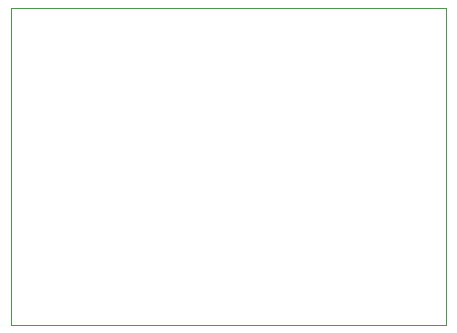
<source format=gbr>
%TF.GenerationSoftware,KiCad,Pcbnew,8.0.1*%
%TF.CreationDate,2025-10-27T18:19:57+03:00*%
%TF.ProjectId,Attiny-trial-run,41747469-6e79-42d7-9472-69616c2d7275,rev?*%
%TF.SameCoordinates,Original*%
%TF.FileFunction,Profile,NP*%
%FSLAX46Y46*%
G04 Gerber Fmt 4.6, Leading zero omitted, Abs format (unit mm)*
G04 Created by KiCad (PCBNEW 8.0.1) date 2025-10-27 18:19:57*
%MOMM*%
%LPD*%
G01*
G04 APERTURE LIST*
%TA.AperFunction,Profile*%
%ADD10C,0.050000*%
%TD*%
G04 APERTURE END LIST*
D10*
X126800000Y-68000000D02*
X163600000Y-68000000D01*
X163600000Y-94800000D01*
X126800000Y-94800000D01*
X126800000Y-68000000D01*
M02*

</source>
